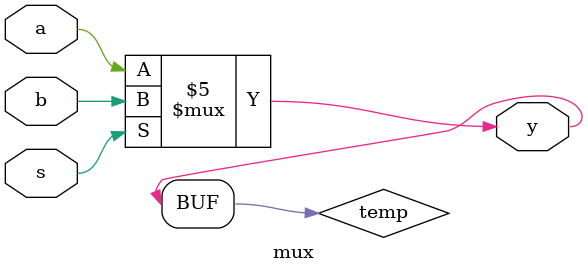
<source format=sv>
`timescale 1ns / 1ps
module mux(input a,b,s,output y);
//procedural block

logic temp = 0;


always @(*)
begin
if(s==1'b0)
    temp =a;
else
    temp = b;
 
end

assign y = temp;

endmodule

</source>
